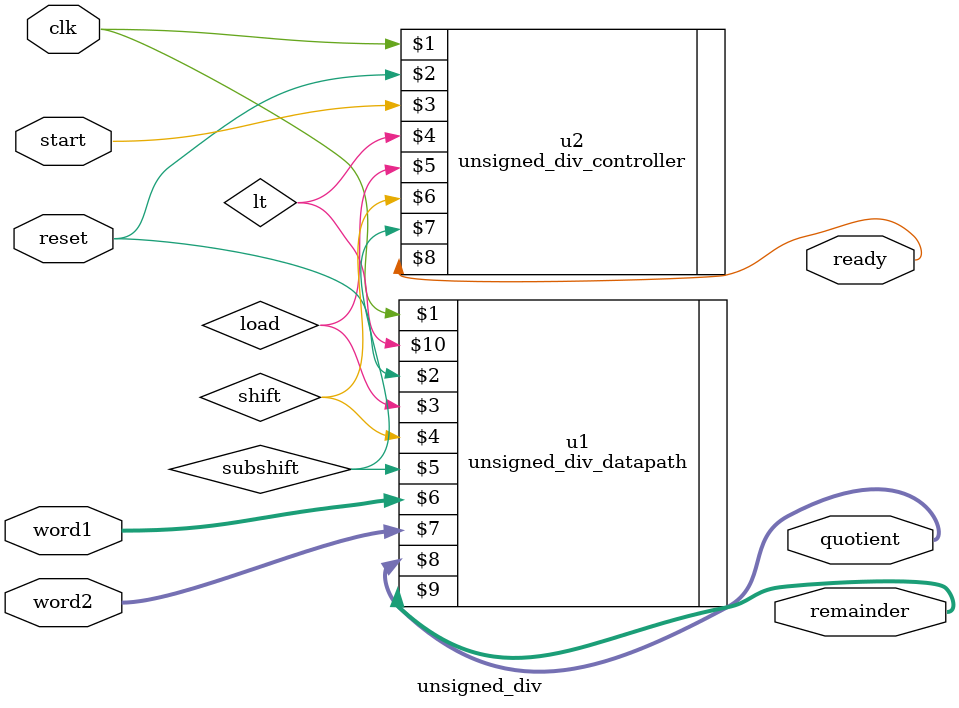
<source format=v>
module unsigned_div(clk, reset, start, word1, word2, quotient, remainder, ready);
	parameter N=16, M=16, L=4;
	input clk, reset, start;
	input [N-1:0] word1;
	input [M-1:0] word2;
	output [N-1:0] quotient;
	output [M-1:0] remainder;
	output ready;
	
	wire load, shift, subshift, lt;
	
	unsigned_div_datapath #(N, M) u1 (clk, reset, load, shift, subshift, word1, word2, quotient, remainder, lt);
	unsigned_div_controller #(N, M, L) u2 (clk, reset, start, lt, load, shift, subshift, ready);
endmodule

</source>
